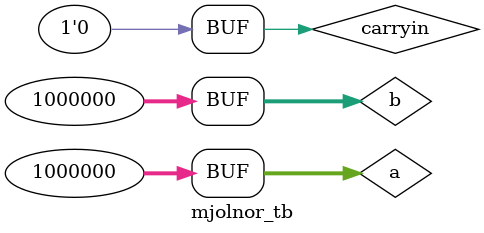
<source format=v>
module onebitfulladder(
  a, b, carryin,
  sum, carryout
);
  input a, b, carryin;
  output sum, carryout;

  xor(sum, a, b, carryin);
  xor (t1, a,b);
  and (t2, a,b);
  and (t3, t1, carryin);
  or (carryout, t2, t3);

endmodule

module fulladder(
  a, b, carryin,
  sum, carryout
);
  parameter bits = 32;
  input [bits-1:0] a, b;
  input carryin;
  output [bits-1:0] sum;
  output carryout;

  wire [bits:0] carry;
  genvar i;
  assign carry[0] = carryin;

  generate
    for (i=0;i<bits;i= i+1) begin
      onebitfulladder f(a[i], b[i], carry[i], sum[i], carry[i+1]);
    end
    assign carryout = carry[bits];
  endgenerate

endmodule

// module 2to1mux(
//   select, s0, s1

// );

// endmodule

module mjolnir #(parameter bits = 32) (
  a, b, carryin,
  sum, carryout
);
  // parameter bits = 32;
  input [bits-1:0] a, b;
  input carryin;
  output reg [bits-1:0] sum;
  output reg carryout;
  wire c, c0, c1;
  wire [bits/2-1:0] stemp0, stemp1, stemp;

  // last half sum done c0 carryput 
  fulladder #(bits/2) f0(a[bits/2-1:0], b[bits/2-1:0], carryin, stemp, c);

  // added with 0 and 1 carries
  fulladder #(bits/2) f1(a[bits-1:bits/2], b[bits-1:bits/2], 1'b0, stemp0, c0);

  fulladder #(bits/2) f2(a[bits-1:bits/2], b[bits-1:bits/2], 1'b1, stemp1, c1);
  
  always @* begin
    if (c0==1) begin
      sum = {stemp1, stemp};
      carryout = c1;
    end
    else begin
      sum = {stemp0, stemp};
      carryout = c0;
    end
  end
endmodule

module mjolnor_tb;
  parameter bits = 32;
  reg [bits-1:0]a, b;
  reg carryin;
  wire [bits-1:0]sum;
  wire carryout;

  mjolnir #(bits) uut(a, b, carryin, sum , carryout);

  initial begin
    $dumpfile("dump.vcd");
    $dumpvars(0, mjolnor_tb);

    a = 32'd20;
    b = 32'd40;
    carryin = 1;
    #10

    a = 2;
    b = 4;
    carryin = 1;
    #10

    a = 10;
    b = 10;
    carryin = 1;
    #10

    a = 1000000;
    b = 1000000;
    carryin = 0;
    #10;
  end
endmodule
</source>
